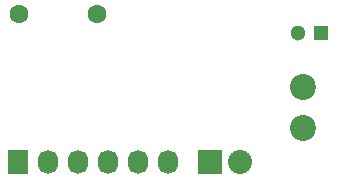
<source format=gbs>
G04 #@! TF.FileFunction,Soldermask,Bot*
%FSLAX46Y46*%
G04 Gerber Fmt 4.6, Leading zero omitted, Abs format (unit mm)*
G04 Created by KiCad (PCBNEW (2015-01-16 BZR 5376)-product) date 4/3/2015 6:07:08 PM*
%MOMM*%
G01*
G04 APERTURE LIST*
%ADD10C,0.100000*%
%ADD11R,1.300000X1.300000*%
%ADD12C,1.300000*%
%ADD13R,1.727200X2.032000*%
%ADD14O,1.727200X2.032000*%
%ADD15C,1.600000*%
%ADD16R,2.032000X2.032000*%
%ADD17O,2.032000X2.032000*%
%ADD18C,2.200000*%
G04 APERTURE END LIST*
D10*
D11*
X200609200Y-96139000D03*
D12*
X198609200Y-96139000D03*
D13*
X174955200Y-107000000D03*
D14*
X177495200Y-107000000D03*
X180035200Y-107000000D03*
X182575200Y-107000000D03*
X185115200Y-107000000D03*
X187655200Y-107000000D03*
D15*
X174982600Y-94462600D03*
X181582600Y-94462600D03*
D16*
X191211200Y-107010200D03*
D17*
X193751200Y-107010200D03*
D18*
X199085200Y-104190800D03*
X199085200Y-100690800D03*
M02*

</source>
